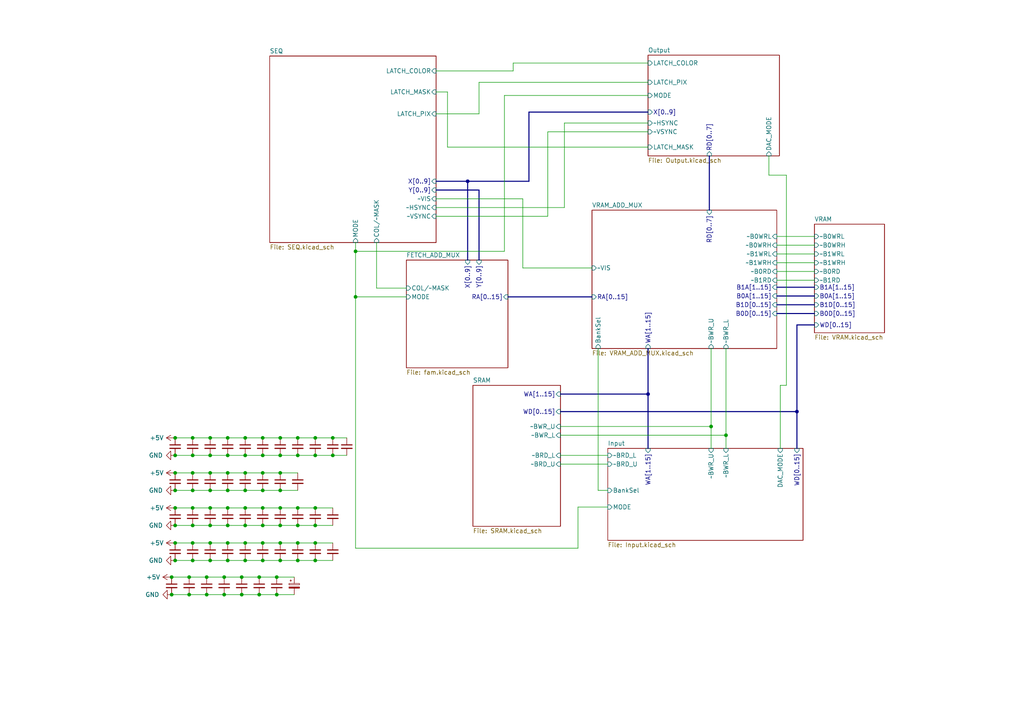
<source format=kicad_sch>
(kicad_sch (version 20230121) (generator eeschema)
  (paper "A4")
  (lib_symbols
    (symbol "Device:C_Polarized_Small" (pin_numbers hide) (pin_names (offset 0.254) hide)
      (property "Reference" "C" (at 0.254 1.778 0))
      (property "Value" "C_Polarized_Small" (at 0.254 -2.032 0))
      (symbol "C_Polarized_Small_0_1"
        (rectangle (start -1.524 -0.3048) (end 1.524 -0.6858) (fill (type outline)))
        (rectangle (start -1.524 0.6858) (end 1.524 0.3048))
        (polyline (pts (xy -1.27 1.524) (xy -0.762 1.524)))
        (polyline (pts (xy -1.016 1.27) (xy -1.016 1.778)))
      )
      (symbol "C_Polarized_Small_1_1"
        (pin passive line (at 0 2.54 270) (length 1.8542) (name "~") (number "1"))
        (pin passive line (at 0 -2.54 90) (length 1.8542) (name "~") (number "2"))
      )
    )
    (symbol "Device:C_Small" (pin_numbers hide) (pin_names (offset 0.254) hide)
      (property "Reference" "C" (at 0.254 1.778 0))
      (property "Value" "C_Small" (at 0.254 -2.032 0))
      (symbol "C_Small_0_1"
        (polyline (pts (xy -1.524 -0.508) (xy 1.524 -0.508)) (stroke (width 0.3302)))
        (polyline (pts (xy -1.524 0.508) (xy 1.524 0.508)) (stroke (width 0.3048)))
      )
      (symbol "C_Small_1_1"
        (pin passive line (at 0 2.54 270) (length 2.032) (name "~") (number "1"))
        (pin passive line (at 0 -2.54 90) (length 2.032) (name "~") (number "2"))
      )
    )
    (symbol "power:+5V" (power) (pin_names (offset 0))
      (property "Value" "+5V" (at 0 3.556 0))
      (symbol "+5V_0_1"
        (polyline (pts (xy -0.762 1.27) (xy 0 2.54)))
        (polyline (pts (xy 0 0) (xy 0 2.54)))
        (polyline (pts (xy 0 2.54) (xy 0.762 1.27)))
      )
      (symbol "+5V_1_1"
        (pin power_in line (at 0 0 90) (length 0) hide (name "+5V") (number "1"))
      )
    )
    (symbol "power:GND" (power) (pin_names (offset 0))
      (property "Value" "GND" (at 0 -3.81 0))
      (symbol "GND_0_1"
        (polyline (pts (xy 0 0) (xy 0 -1.27) (xy 1.27 -1.27) (xy 0 -2.54) (xy -1.27 -1.27) (xy 0 -1.27)))
      )
      (symbol "GND_1_1"
        (pin power_in line (at 0 0 270) (length 0) hide (name "GND") (number "1"))
      )
    )
  )
  (junction (at 65.024 172.466))
  (junction (at 50.8 162.56))
  (junction (at 135.636 52.578))
  (junction (at 76.2 157.48))
  (junction (at 54.864 167.386))
  (junction (at 91.44 162.56))
  (junction (at 70.104 172.466))
  (junction (at 86.36 147.32))
  (junction (at 60.96 132.08))
  (junction (at 75.184 167.386))
  (junction (at 55.88 152.4))
  (junction (at 66.04 147.32))
  (junction (at 59.944 167.386))
  (junction (at 60.96 147.32))
  (junction (at 86.36 132.08))
  (junction (at 60.96 157.48))
  (junction (at 81.28 132.08))
  (junction (at 80.264 172.466))
  (junction (at 60.96 127))
  (junction (at 71.12 162.56))
  (junction (at 55.88 162.56))
  (junction (at 81.28 137.16))
  (junction (at 65.024 167.386))
  (junction (at 206.248 123.698))
  (junction (at 60.96 162.56))
  (junction (at 54.864 172.466))
  (junction (at 91.44 127))
  (junction (at 91.44 152.4))
  (junction (at 76.2 147.32))
  (junction (at 91.44 157.48))
  (junction (at 96.52 132.08))
  (junction (at 50.8 132.08))
  (junction (at 76.2 127))
  (junction (at 96.52 127))
  (junction (at 66.04 127))
  (junction (at 71.12 142.24))
  (junction (at 76.2 142.24))
  (junction (at 60.96 137.16))
  (junction (at 76.2 132.08))
  (junction (at 81.28 142.24))
  (junction (at 81.28 127))
  (junction (at 75.184 172.466))
  (junction (at 50.8 137.16))
  (junction (at 50.8 157.48))
  (junction (at 60.96 152.4))
  (junction (at 86.36 152.4))
  (junction (at 71.12 157.48))
  (junction (at 187.96 114.3))
  (junction (at 103.124 86.106))
  (junction (at 55.88 147.32))
  (junction (at 80.264 167.386))
  (junction (at 86.36 127))
  (junction (at 55.88 157.48))
  (junction (at 55.88 132.08))
  (junction (at 71.12 132.08))
  (junction (at 86.36 162.56))
  (junction (at 66.04 132.08))
  (junction (at 66.04 152.4))
  (junction (at 66.04 157.48))
  (junction (at 50.8 142.24))
  (junction (at 66.04 137.16))
  (junction (at 86.36 157.48))
  (junction (at 71.12 127))
  (junction (at 71.12 152.4))
  (junction (at 55.88 127))
  (junction (at 70.104 167.386))
  (junction (at 76.2 162.56))
  (junction (at 81.28 152.4))
  (junction (at 66.04 162.56))
  (junction (at 50.8 127))
  (junction (at 103.124 72.898))
  (junction (at 71.12 147.32))
  (junction (at 231.14 119.38))
  (junction (at 49.784 167.386))
  (junction (at 59.944 172.466))
  (junction (at 76.2 152.4))
  (junction (at 50.8 152.4))
  (junction (at 210.566 126.238))
  (junction (at 81.28 147.32))
  (junction (at 76.2 137.16))
  (junction (at 81.28 157.48))
  (junction (at 81.28 162.56))
  (junction (at 91.44 132.08))
  (junction (at 60.96 142.24))
  (junction (at 49.784 172.466))
  (junction (at 66.04 142.24))
  (junction (at 55.88 142.24))
  (junction (at 91.44 147.32))
  (junction (at 55.88 137.16))
  (junction (at 71.12 137.16))
  (junction (at 50.8 147.32))
  (wire (pts (xy 225.298 81.28) (xy 236.22 81.28)))
  (wire (pts (xy 171.704 77.724) (xy 151.638 77.724)))
  (bus (pts (xy 187.96 32.512) (xy 153.416 32.512)))
  (wire (pts (xy 187.96 23.876) (xy 138.938 23.876)))
  (wire (pts (xy 91.44 132.08) (xy 96.52 132.08)))
  (wire (pts (xy 75.184 172.466) (xy 80.264 172.466)))
  (wire (pts (xy 86.36 152.4) (xy 91.44 152.4)))
  (wire (pts (xy 187.96 27.686) (xy 146.304 27.686)))
  (wire (pts (xy 55.88 127) (xy 60.96 127)))
  (bus (pts (xy 153.416 52.578) (xy 135.636 52.578)))
  (wire (pts (xy 65.024 172.466) (xy 70.104 172.466)))
  (bus (pts (xy 147.32 86.106) (xy 171.704 86.106)))
  (wire (pts (xy 162.56 123.698) (xy 206.248 123.698)))
  (wire (pts (xy 210.566 126.238) (xy 210.566 130.048)))
  (wire (pts (xy 66.04 157.48) (xy 71.12 157.48)))
  (wire (pts (xy 225.298 73.66) (xy 236.22 73.66)))
  (wire (pts (xy 66.04 147.32) (xy 71.12 147.32)))
  (wire (pts (xy 80.264 167.386) (xy 85.344 167.386)))
  (wire (pts (xy 49.784 172.466) (xy 54.864 172.466)))
  (bus (pts (xy 236.22 94.234) (xy 231.14 94.234)))
  (wire (pts (xy 54.864 167.386) (xy 59.944 167.386)))
  (bus (pts (xy 135.636 52.578) (xy 126.492 52.578)))
  (wire (pts (xy 81.28 132.08) (xy 86.36 132.08)))
  (wire (pts (xy 225.298 78.74) (xy 236.22 78.74)))
  (wire (pts (xy 103.124 72.898) (xy 103.124 86.106)))
  (wire (pts (xy 228.092 111.76) (xy 228.092 50.8)))
  (wire (pts (xy 162.56 134.62) (xy 176.276 134.62)))
  (wire (pts (xy 81.28 162.56) (xy 86.36 162.56)))
  (wire (pts (xy 55.88 157.48) (xy 60.96 157.48)))
  (wire (pts (xy 71.12 157.48) (xy 76.2 157.48)))
  (wire (pts (xy 103.124 86.106) (xy 103.124 159.004)))
  (wire (pts (xy 71.12 137.16) (xy 76.2 137.16)))
  (wire (pts (xy 103.124 159.004) (xy 167.64 159.004)))
  (wire (pts (xy 225.298 71.12) (xy 236.22 71.12)))
  (wire (pts (xy 187.96 35.687) (xy 163.703 35.687)))
  (wire (pts (xy 81.28 157.48) (xy 86.36 157.48)))
  (wire (pts (xy 50.8 132.08) (xy 55.88 132.08)))
  (wire (pts (xy 70.104 172.466) (xy 75.184 172.466)))
  (wire (pts (xy 91.44 127) (xy 96.52 127)))
  (wire (pts (xy 206.248 101.092) (xy 206.248 123.698)))
  (wire (pts (xy 162.56 126.238) (xy 210.566 126.238)))
  (wire (pts (xy 76.2 132.08) (xy 81.28 132.08)))
  (wire (pts (xy 66.04 162.56) (xy 71.12 162.56)))
  (bus (pts (xy 138.938 55.118) (xy 138.938 75.438)))
  (wire (pts (xy 60.96 127) (xy 66.04 127)))
  (wire (pts (xy 103.124 70.358) (xy 103.124 72.898)))
  (wire (pts (xy 76.2 162.56) (xy 81.28 162.56)))
  (wire (pts (xy 55.88 142.24) (xy 60.96 142.24)))
  (wire (pts (xy 55.88 132.08) (xy 60.96 132.08)))
  (wire (pts (xy 91.44 162.56) (xy 96.52 162.56)))
  (wire (pts (xy 86.36 147.32) (xy 91.44 147.32)))
  (wire (pts (xy 55.88 162.56) (xy 60.96 162.56)))
  (bus (pts (xy 187.96 101.092) (xy 187.96 114.3)))
  (wire (pts (xy 146.304 72.898) (xy 103.124 72.898)))
  (wire (pts (xy 162.56 132.08) (xy 176.276 132.08)))
  (wire (pts (xy 228.092 50.8) (xy 223.012 50.8)))
  (wire (pts (xy 70.104 167.386) (xy 75.184 167.386)))
  (wire (pts (xy 163.703 60.198) (xy 126.492 60.198)))
  (wire (pts (xy 81.28 142.24) (xy 86.36 142.24)))
  (wire (pts (xy 129.794 26.67) (xy 129.794 42.672)))
  (wire (pts (xy 148.844 20.574) (xy 126.492 20.574)))
  (bus (pts (xy 126.492 55.118) (xy 138.938 55.118)))
  (wire (pts (xy 75.184 167.386) (xy 80.264 167.386)))
  (wire (pts (xy 117.856 86.106) (xy 103.124 86.106)))
  (wire (pts (xy 129.794 42.672) (xy 187.96 42.672)))
  (wire (pts (xy 148.844 18.288) (xy 187.96 18.288)))
  (wire (pts (xy 66.04 142.24) (xy 71.12 142.24)))
  (wire (pts (xy 167.64 159.004) (xy 167.64 147.066)))
  (wire (pts (xy 138.938 23.876) (xy 138.938 33.02)))
  (wire (pts (xy 66.04 127) (xy 71.12 127)))
  (bus (pts (xy 231.14 94.234) (xy 231.14 119.38)))
  (wire (pts (xy 50.8 162.56) (xy 55.88 162.56)))
  (wire (pts (xy 173.482 101.092) (xy 173.482 142.24)))
  (wire (pts (xy 86.36 162.56) (xy 91.44 162.56)))
  (wire (pts (xy 225.298 68.58) (xy 236.22 68.58)))
  (wire (pts (xy 126.492 26.67) (xy 129.794 26.67)))
  (wire (pts (xy 60.96 132.08) (xy 66.04 132.08)))
  (wire (pts (xy 163.703 35.687) (xy 163.703 60.198)))
  (wire (pts (xy 117.856 83.566) (xy 109.22 83.566)))
  (wire (pts (xy 151.638 57.658) (xy 126.492 57.658)))
  (wire (pts (xy 206.248 123.698) (xy 206.248 130.048)))
  (wire (pts (xy 50.8 157.48) (xy 55.88 157.48)))
  (wire (pts (xy 59.944 172.466) (xy 65.024 172.466)))
  (wire (pts (xy 66.04 132.08) (xy 71.12 132.08)))
  (wire (pts (xy 81.28 152.4) (xy 86.36 152.4)))
  (wire (pts (xy 96.52 127) (xy 100.584 127)))
  (wire (pts (xy 210.566 101.092) (xy 210.566 126.238)))
  (wire (pts (xy 50.8 152.4) (xy 55.88 152.4)))
  (wire (pts (xy 146.304 27.686) (xy 146.304 72.898)))
  (wire (pts (xy 173.482 142.24) (xy 176.276 142.24)))
  (wire (pts (xy 60.96 152.4) (xy 66.04 152.4)))
  (wire (pts (xy 91.44 157.48) (xy 96.52 157.48)))
  (wire (pts (xy 158.877 62.738) (xy 158.877 38.227)))
  (wire (pts (xy 76.2 157.48) (xy 81.28 157.48)))
  (wire (pts (xy 109.22 83.566) (xy 109.22 70.358)))
  (wire (pts (xy 59.944 167.386) (xy 65.024 167.386)))
  (wire (pts (xy 226.314 111.76) (xy 228.092 111.76)))
  (bus (pts (xy 187.96 114.3) (xy 187.96 130.048)))
  (wire (pts (xy 60.96 137.16) (xy 66.04 137.16)))
  (wire (pts (xy 138.938 33.02) (xy 126.492 33.02)))
  (wire (pts (xy 55.88 137.16) (xy 60.96 137.16)))
  (wire (pts (xy 148.844 18.288) (xy 148.844 20.574)))
  (wire (pts (xy 81.28 147.32) (xy 86.36 147.32)))
  (wire (pts (xy 80.264 172.466) (xy 85.344 172.466)))
  (bus (pts (xy 225.298 90.932) (xy 236.22 90.932)))
  (wire (pts (xy 167.64 147.066) (xy 176.276 147.066)))
  (wire (pts (xy 71.12 152.4) (xy 76.2 152.4)))
  (wire (pts (xy 60.96 142.24) (xy 66.04 142.24)))
  (wire (pts (xy 49.784 167.386) (xy 54.864 167.386)))
  (bus (pts (xy 162.56 119.38) (xy 231.14 119.38)))
  (wire (pts (xy 223.012 50.8) (xy 223.012 45.212)))
  (wire (pts (xy 151.638 77.724) (xy 151.638 57.658)))
  (wire (pts (xy 60.96 162.56) (xy 66.04 162.56)))
  (wire (pts (xy 225.298 76.2) (xy 236.22 76.2)))
  (wire (pts (xy 71.12 142.24) (xy 76.2 142.24)))
  (bus (pts (xy 135.636 52.578) (xy 135.636 75.438)))
  (wire (pts (xy 76.2 127) (xy 81.28 127)))
  (wire (pts (xy 81.28 137.16) (xy 86.36 137.16)))
  (wire (pts (xy 76.2 142.24) (xy 81.28 142.24)))
  (wire (pts (xy 66.04 152.4) (xy 71.12 152.4)))
  (bus (pts (xy 231.14 119.38) (xy 231.14 130.048)))
  (wire (pts (xy 55.88 147.32) (xy 60.96 147.32)))
  (wire (pts (xy 60.96 157.48) (xy 66.04 157.48)))
  (wire (pts (xy 86.36 157.48) (xy 91.44 157.48)))
  (wire (pts (xy 96.52 132.08) (xy 100.584 132.08)))
  (wire (pts (xy 71.12 162.56) (xy 76.2 162.56)))
  (bus (pts (xy 153.416 32.512) (xy 153.416 52.578)))
  (wire (pts (xy 76.2 152.4) (xy 81.28 152.4)))
  (wire (pts (xy 71.12 132.08) (xy 76.2 132.08)))
  (wire (pts (xy 76.2 137.16) (xy 81.28 137.16)))
  (bus (pts (xy 225.298 85.852) (xy 236.22 85.852)))
  (wire (pts (xy 50.8 127) (xy 55.88 127)))
  (bus (pts (xy 162.56 114.3) (xy 187.96 114.3)))
  (wire (pts (xy 71.12 127) (xy 76.2 127)))
  (wire (pts (xy 55.88 152.4) (xy 60.96 152.4)))
  (wire (pts (xy 60.96 147.32) (xy 66.04 147.32)))
  (wire (pts (xy 91.44 147.32) (xy 96.52 147.32)))
  (wire (pts (xy 158.877 38.227) (xy 187.96 38.227)))
  (wire (pts (xy 50.8 142.24) (xy 55.88 142.24)))
  (wire (pts (xy 226.314 130.048) (xy 226.314 111.76)))
  (wire (pts (xy 50.8 147.32) (xy 55.88 147.32)))
  (wire (pts (xy 54.864 172.466) (xy 59.944 172.466)))
  (wire (pts (xy 86.36 127) (xy 91.44 127)))
  (wire (pts (xy 91.44 152.4) (xy 96.52 152.4)))
  (wire (pts (xy 65.024 167.386) (xy 70.104 167.386)))
  (wire (pts (xy 50.8 137.16) (xy 55.88 137.16)))
  (wire (pts (xy 86.36 132.08) (xy 91.44 132.08)))
  (bus (pts (xy 205.74 45.212) (xy 205.74 60.96)))
  (bus (pts (xy 225.298 83.312) (xy 236.22 83.312)))
  (wire (pts (xy 126.492 62.738) (xy 158.877 62.738)))
  (bus (pts (xy 225.298 88.392) (xy 236.22 88.392)))
  (wire (pts (xy 66.04 137.16) (xy 71.12 137.16)))
  (wire (pts (xy 81.28 127) (xy 86.36 127)))
  (wire (pts (xy 71.12 147.32) (xy 76.2 147.32)))
  (wire (pts (xy 76.2 147.32) (xy 81.28 147.32)))
  (symbol (lib_id "Device:C_Small") (at 71.12 139.7 0) (unit 1)
    (property "Reference" "C15" (effects hide))
    (property "Value" "100nF" (effects hide))
    (property "Footprint" "68000:DIP-2_200_ELL" (effects hide))
  )
  (symbol (lib_id "Device:C_Small") (at 76.2 129.54 0) (unit 1)
    (property "Reference" "C6" (effects hide))
    (property "Value" "100nF" (effects hide))
    (property "Footprint" "68000:DIP-2_200_ELL" (effects hide))
  )
  (symbol (lib_id "Device:C_Small") (at 76.2 139.7 0) (unit 1)
    (property "Reference" "C16" (effects hide))
    (property "Value" "100nF" (effects hide))
    (property "Footprint" "68000:DIP-2_200_ELL" (effects hide))
  )
  (symbol (lib_id "Device:C_Small") (at 66.04 160.02 0) (unit 1)
    (property "Reference" "C28" (effects hide))
    (property "Value" "100nF" (effects hide))
    (property "Footprint" "68000:DIP-2_200_ELL" (effects hide))
  )
  (symbol (lib_id "Device:C_Small") (at 91.44 160.02 0) (unit 1)
    (property "Reference" "C38" (effects hide))
    (property "Value" "100nF" (effects hide))
    (property "Footprint" "68000:DIP-2_200_ELL" (effects hide))
  )
  (symbol (lib_id "Device:C_Small") (at 91.44 149.86 0) (unit 1)
    (property "Reference" "C37" (effects hide))
    (property "Value" "100nF" (effects hide))
    (property "Footprint" "68000:DIP-2_200_ELL" (effects hide))
  )
  (symbol (lib_id "power:+5V") (at 49.784 167.386 90) (unit 1)
    (property "Reference" "#PWR067" (effects hide))
    (property "Value" "+5V" (at 46.482 167.386 90) (effects (justify left)))
  )
  (symbol (lib_id "Device:C_Small") (at 66.04 139.7 0) (unit 1)
    (property "Reference" "C14" (effects hide))
    (property "Value" "100nF" (effects hide))
    (property "Footprint" "68000:DIP-2_200_ELL" (effects hide))
  )
  (symbol (lib_id "Device:C_Small") (at 70.104 169.926 0) (unit 1)
    (property "Reference" "C46" (effects hide))
    (property "Value" "100nF" (effects hide))
    (property "Footprint" "68000:DIP-2_200_ELL" (effects hide))
  )
  (symbol (lib_id "Device:C_Small") (at 55.88 149.86 0) (unit 1)
    (property "Reference" "C23" (effects hide))
    (property "Value" "100nF" (effects hide))
    (property "Footprint" "68000:DIP-2_200_ELL" (effects hide))
  )
  (symbol (lib_id "Device:C_Small") (at 86.36 149.86 0) (unit 1)
    (property "Reference" "C35" (effects hide))
    (property "Value" "100nF" (effects hide))
    (property "Footprint" "68000:DIP-2_200_ELL" (effects hide))
  )
  (symbol (lib_id "Device:C_Small") (at 60.96 149.86 0) (unit 1)
    (property "Reference" "C25" (effects hide))
    (property "Value" "100nF" (effects hide))
    (property "Footprint" "68000:DIP-2_200_ELL" (effects hide))
  )
  (symbol (lib_id "Device:C_Small") (at 86.36 139.7 0) (unit 1)
    (property "Reference" "C18" (effects hide))
    (property "Value" "100nF" (effects hide))
    (property "Footprint" "68000:DIP-2_200_ELL" (effects hide))
  )
  (symbol (lib_id "power:+5V") (at 50.8 147.32 90) (unit 1)
    (property "Reference" "#PWR0149" (effects hide))
    (property "Value" "+5V" (at 47.498 147.32 90) (effects (justify left)))
  )
  (symbol (lib_id "Device:C_Small") (at 66.04 149.86 0) (unit 1)
    (property "Reference" "C27" (effects hide))
    (property "Value" "100nF" (effects hide))
    (property "Footprint" "68000:DIP-2_200_ELL" (effects hide))
  )
  (symbol (lib_id "Device:C_Small") (at 50.8 149.86 0) (unit 1)
    (property "Reference" "C21" (effects hide))
    (property "Value" "100nF" (effects hide))
    (property "Footprint" "68000:DIP-2_200_ELL" (effects hide))
  )
  (symbol (lib_id "power:+5V") (at 50.8 137.16 90) (unit 1)
    (property "Reference" "#PWR0147" (effects hide))
    (property "Value" "+5V" (at 47.498 137.16 90) (effects (justify left)))
  )
  (symbol (lib_id "Device:C_Small") (at 80.264 169.926 0) (unit 1)
    (property "Reference" "C20" (effects hide))
    (property "Value" "100nF" (effects hide))
    (property "Footprint" "68000:DIP-2_200_ELL" (effects hide))
  )
  (symbol (lib_id "Device:C_Small") (at 96.52 149.86 0) (unit 1)
    (property "Reference" "C39" (effects hide))
    (property "Value" "100nF" (effects hide))
    (property "Footprint" "68000:DIP-2_200_ELL" (effects hide))
  )
  (symbol (lib_id "Device:C_Small") (at 86.36 129.54 0) (unit 1)
    (property "Reference" "C8" (effects hide))
    (property "Value" "100nF" (effects hide))
    (property "Footprint" "68000:DIP-2_200_ELL" (effects hide))
  )
  (symbol (lib_id "power:GND") (at 50.8 132.08 270) (unit 1)
    (property "Reference" "#PWR0146" (effects hide))
    (property "Value" "GND" (at 47.244 132.08 90) (effects (justify right)))
  )
  (symbol (lib_id "Device:C_Small") (at 96.52 129.54 0) (unit 1)
    (property "Reference" "C10" (effects hide))
    (property "Value" "100nF" (effects hide))
    (property "Footprint" "68000:DIP-2_200_ELL" (effects hide))
  )
  (symbol (lib_id "power:GND") (at 50.8 142.24 270) (unit 1)
    (property "Reference" "#PWR0148" (effects hide))
    (property "Value" "GND" (at 47.244 142.24 90) (effects (justify right)))
  )
  (symbol (lib_id "Device:C_Small") (at 96.52 160.02 0) (unit 1)
    (property "Reference" "C40" (effects hide))
    (property "Value" "100nF" (effects hide))
    (property "Footprint" "68000:DIP-2_200_ELL" (effects hide))
  )
  (symbol (lib_id "Device:C_Small") (at 54.864 169.926 0) (unit 1)
    (property "Reference" "C43" (effects hide))
    (property "Value" "100nF" (effects hide))
    (property "Footprint" "68000:DIP-2_200_ELL" (effects hide))
  )
  (symbol (lib_id "Device:C_Small") (at 81.28 129.54 0) (unit 1)
    (property "Reference" "C7" (effects hide))
    (property "Value" "100nF" (effects hide))
    (property "Footprint" "68000:DIP-2_200_ELL" (effects hide))
  )
  (symbol (lib_id "Device:C_Small") (at 81.28 160.02 0) (unit 1)
    (property "Reference" "C34" (effects hide))
    (property "Value" "100nF" (effects hide))
    (property "Footprint" "68000:DIP-2_200_ELL" (effects hide))
  )
  (symbol (lib_id "Device:C_Small") (at 55.88 129.54 0) (unit 1)
    (property "Reference" "C1" (effects hide))
    (property "Value" "100nF" (effects hide))
    (property "Footprint" "68000:DIP-2_200_ELL" (effects hide))
  )
  (symbol (lib_id "Device:C_Small") (at 50.8 129.54 0) (unit 1)
    (property "Reference" "C2" (effects hide))
    (property "Value" "100nF" (effects hide))
    (property "Footprint" "68000:DIP-2_200_ELL" (effects hide))
  )
  (symbol (lib_id "Device:C_Small") (at 71.12 149.86 0) (unit 1)
    (property "Reference" "C29" (effects hide))
    (property "Value" "100nF" (effects hide))
    (property "Footprint" "68000:DIP-2_200_ELL" (effects hide))
  )
  (symbol (lib_id "Device:C_Small") (at 66.04 129.54 0) (unit 1)
    (property "Reference" "C4" (effects hide))
    (property "Value" "100nF" (effects hide))
    (property "Footprint" "68000:DIP-2_200_ELL" (effects hide))
  )
  (symbol (lib_id "Device:C_Small") (at 81.28 139.7 0) (unit 1)
    (property "Reference" "C17" (effects hide))
    (property "Value" "100nF" (effects hide))
    (property "Footprint" "68000:DIP-2_200_ELL" (effects hide))
  )
  (symbol (lib_id "Device:C_Small") (at 50.8 139.7 0) (unit 1)
    (property "Reference" "C11" (effects hide))
    (property "Value" "100nF" (effects hide))
    (property "Footprint" "68000:DIP-2_200_ELL" (effects hide))
  )
  (symbol (lib_id "Device:C_Small") (at 55.88 139.7 0) (unit 1)
    (property "Reference" "C12" (effects hide))
    (property "Value" "100nF" (effects hide))
    (property "Footprint" "68000:DIP-2_200_ELL" (effects hide))
  )
  (symbol (lib_id "Device:C_Small") (at 71.12 160.02 0) (unit 1)
    (property "Reference" "C30" (effects hide))
    (property "Value" "100nF" (effects hide))
    (property "Footprint" "68000:DIP-2_200_ELL" (effects hide))
  )
  (symbol (lib_id "Device:C_Small") (at 65.024 169.926 0) (unit 1)
    (property "Reference" "C45" (effects hide))
    (property "Value" "100nF" (effects hide))
    (property "Footprint" "68000:DIP-2_200_ELL" (effects hide))
  )
  (symbol (lib_id "Device:C_Small") (at 91.44 129.54 0) (unit 1)
    (property "Reference" "C9" (effects hide))
    (property "Value" "100nF" (effects hide))
    (property "Footprint" "68000:DIP-2_200_ELL" (effects hide))
  )
  (symbol (lib_id "Device:C_Polarized_Small") (at 85.344 169.926 0) (unit 1)
    (property "Reference" "C48" (effects hide))
    (property "Value" "C_Polarized_Small" (effects hide))
    (property "Footprint" "Capacitor_THT:CP_Radial_D5.0mm_P2.50mm" (effects hide))
  )
  (symbol (lib_id "Device:C_Small") (at 60.96 129.54 0) (unit 1)
    (property "Reference" "C3" (effects hide))
    (property "Value" "100nF" (effects hide))
    (property "Footprint" "68000:DIP-2_200_ELL" (effects hide))
  )
  (symbol (lib_id "Device:C_Small") (at 49.784 169.926 0) (unit 1)
    (property "Reference" "C42" (effects hide))
    (property "Value" "100nF" (effects hide))
    (property "Footprint" "68000:DIP-2_200_ELL" (effects hide))
  )
  (symbol (lib_id "Device:C_Small") (at 86.36 160.02 0) (unit 1)
    (property "Reference" "C36" (effects hide))
    (property "Value" "100nF" (effects hide))
    (property "Footprint" "68000:DIP-2_200_ELL" (effects hide))
  )
  (symbol (lib_id "Device:C_Small") (at 81.28 149.86 0) (unit 1)
    (property "Reference" "C33" (effects hide))
    (property "Value" "100nF" (effects hide))
    (property "Footprint" "68000:DIP-2_200_ELL" (effects hide))
  )
  (symbol (lib_id "Device:C_Small") (at 50.8 160.02 0) (unit 1)
    (property "Reference" "C22" (effects hide))
    (property "Value" "100nF" (effects hide))
    (property "Footprint" "68000:DIP-2_200_ELL" (effects hide))
  )
  (symbol (lib_id "Device:C_Small") (at 75.184 169.926 0) (unit 1)
    (property "Reference" "C19" (effects hide))
    (property "Value" "100nF" (effects hide))
    (property "Footprint" "68000:DIP-2_200_ELL" (effects hide))
  )
  (symbol (lib_id "power:GND") (at 50.8 162.56 270) (unit 1)
    (property "Reference" "#PWR0152" (effects hide))
    (property "Value" "GND" (at 47.244 162.56 90) (effects (justify right)))
  )
  (symbol (lib_id "Device:C_Small") (at 71.12 129.54 0) (unit 1)
    (property "Reference" "C5" (effects hide))
    (property "Value" "100nF" (effects hide))
    (property "Footprint" "68000:DIP-2_200_ELL" (effects hide))
  )
  (symbol (lib_id "Device:C_Small") (at 100.584 129.54 0) (unit 1)
    (property "Reference" "C41" (effects hide))
    (property "Value" "100nF" (effects hide))
    (property "Footprint" "68000:DIP-2_200_ELL" (effects hide))
  )
  (symbol (lib_id "power:GND") (at 49.784 172.466 270) (unit 1)
    (property "Reference" "#PWR068" (effects hide))
    (property "Value" "GND" (at 46.228 172.466 90) (effects (justify right)))
  )
  (symbol (lib_id "power:+5V") (at 50.8 157.48 90) (unit 1)
    (property "Reference" "#PWR0151" (effects hide))
    (property "Value" "+5V" (at 47.498 157.48 90) (effects (justify left)))
  )
  (symbol (lib_id "power:GND") (at 50.8 152.4 270) (unit 1)
    (property "Reference" "#PWR0150" (effects hide))
    (property "Value" "GND" (at 47.244 152.4 90) (effects (justify right)))
  )
  (symbol (lib_id "Device:C_Small") (at 60.96 139.7 0) (unit 1)
    (property "Reference" "C13" (effects hide))
    (property "Value" "100nF" (effects hide))
    (property "Footprint" "68000:DIP-2_200_ELL" (effects hide))
  )
  (symbol (lib_id "power:+5V") (at 50.8 127 90) (unit 1)
    (property "Reference" "#PWR0145" (effects hide))
    (property "Value" "+5V" (at 47.498 127 90) (effects (justify left)))
  )
  (symbol (lib_id "Device:C_Small") (at 59.944 169.926 0) (unit 1)
    (property "Reference" "C44" (effects hide))
    (property "Value" "100nF" (effects hide))
    (property "Footprint" "68000:DIP-2_200_ELL" (effects hide))
  )
  (symbol (lib_id "Device:C_Small") (at 76.2 160.02 0) (unit 1)
    (property "Reference" "C32" (effects hide))
    (property "Value" "100nF" (effects hide))
    (property "Footprint" "68000:DIP-2_200_ELL" (effects hide))
  )
  (symbol (lib_id "Device:C_Small") (at 76.2 149.86 0) (unit 1)
    (property "Reference" "C31" (effects hide))
    (property "Value" "100nF" (effects hide))
    (property "Footprint" "68000:DIP-2_200_ELL" (effects hide))
  )
  (symbol (lib_id "Device:C_Small") (at 60.96 160.02 0) (unit 1)
    (property "Reference" "C26" (effects hide))
    (property "Value" "100nF" (effects hide))
    (property "Footprint" "68000:DIP-2_200_ELL" (effects hide))
  )
  (symbol (lib_id "Device:C_Small") (at 55.88 160.02 0) (unit 1)
    (property "Reference" "C24" (effects hide))
    (property "Value" "100nF" (effects hide))
    (property "Footprint" "68000:DIP-2_200_ELL" (effects hide))
  )
  (sheet (at 78.232 16.256) (size 48.26 54.102) (stroke (width 0.1524))
    (property "Sheetname" "SEQ" (at 78.232 15.5444 0) (effects (justify left bottom)))
    (property "Sheetfile" "SEQ.kicad_sch" (at 78.232 70.9426 0) (effects (justify left top)))
    (pin "X[0..9]" input (at 126.492 52.578 0))
    (pin "Y[0..9]" input (at 126.492 55.118 0))
    (pin "~VIS" input (at 126.492 57.658 0))
    (pin "~HSYNC" input (at 126.492 60.198 0))
    (pin "~VSYNC" input (at 126.492 62.738 0))
    (pin "LATCH_MASK" input (at 126.492 26.67 0))
    (pin "LATCH_COLOR" input (at 126.492 20.574 0))
    (pin "MODE" input (at 103.124 70.358 270))
    (pin "LATCH_PIX" input (at 126.492 33.02 0))
    (pin "COL{slash}~MASK" input (at 109.22 70.358 270))
  )
  (sheet (at 117.856 75.438) (size 29.464 31.242) (stroke (width 0.1524))
    (property "Sheetname" "FETCH_ADD_MUX" (at 117.856 74.7264 0) (effects (justify left bottom)))
    (property "Sheetfile" "fam.kicad_sch" (at 117.856 107.2646 0) (effects (justify left top)))
    (pin "Y[0..9]" input (at 138.938 75.438 90))
    (pin "X[0..9]" input (at 135.636 75.438 90))
    (pin "RA[0..15]" input (at 147.32 86.106 0))
    (pin "MODE" input (at 117.856 86.106 180))
    (pin "COL{slash}~MASK" input (at 117.856 83.566 180))
  )
  (sheet (at 236.22 65.024) (size 20.32 31.496) (stroke (width 0.1524))
    (property "Sheetname" "VRAM" (at 236.22 64.3124 0) (effects (justify left bottom)))
    (property "Sheetfile" "VRAM.kicad_sch" (at 236.22 97.1046 0) (effects (justify left top)))
    (pin "WD[0..15]" input (at 236.22 94.234 180))
    (pin "B1A[1..15]" input (at 236.22 83.312 180))
    (pin "B0A[1..15]" input (at 236.22 85.852 180))
    (pin "B0D[0..15]" input (at 236.22 90.932 180))
    (pin "B1D[0..15]" input (at 236.22 88.392 180))
    (pin "~B0RD" input (at 236.22 78.74 180))
    (pin "~B1RD" input (at 236.22 81.28 180))
    (pin "~B0WRL" input (at 236.22 68.58 180))
    (pin "~B1WRH" input (at 236.22 76.2 180))
    (pin "~B1WRL" input (at 236.22 73.66 180))
    (pin "~B0WRH" input (at 236.22 71.12 180))
  )
  (sheet (at 187.96 16.002) (size 38.1 29.21) (stroke (width 0.1524))
    (property "Sheetname" "Output" (at 187.96 15.2904 0) (effects (justify left bottom)))
    (property "Sheetfile" "Output.kicad_sch" (at 187.96 45.7966 0) (effects (justify left top)))
    (pin "LATCH_MASK" input (at 187.96 42.672 180))
    (pin "RD[0..7]" input (at 205.74 45.212 270))
    (pin "LATCH_COLOR" input (at 187.96 18.288 180))
    (pin "X[0..9]" input (at 187.96 32.512 180))
    (pin "~VSYNC" input (at 187.96 38.227 180))
    (pin "~HSYNC" input (at 187.96 35.687 180))
    (pin "LATCH_PIX" input (at 187.96 23.876 180))
    (pin "MODE" input (at 187.96 27.686 180))
    (pin "DAC_MODE" input (at 223.012 45.212 270))
  )
  (sheet (at 137.16 111.76) (size 25.4 40.894) (stroke (width 0.1524))
    (property "Sheetname" "SRAM" (at 137.16 111.0484 0) (effects (justify left bottom)))
    (property "Sheetfile" "SRAM.kicad_sch" (at 137.16 153.2386 0) (effects (justify left top)))
    (pin "~BWR_U" input (at 162.56 123.698 0))
    (pin "~BRD_U" input (at 162.56 134.62 0))
    (pin "WD[0..15]" input (at 162.56 119.38 0))
    (pin "~BRD_L" input (at 162.56 132.08 0))
    (pin "~BWR_L" input (at 162.56 126.238 0))
    (pin "WA[1..15]" input (at 162.56 114.3 0))
  )
  (sheet (at 176.276 130.048) (size 56.642 26.67) (stroke (width 0.1524))
    (property "Sheetname" "Input" (at 176.276 129.3364 0) (effects (justify left bottom)))
    (property "Sheetfile" "Input.kicad_sch" (at 176.276 157.3026 0) (effects (justify left top)))
    (pin "WA[1..15]" input (at 187.96 130.048 90))
    (pin "WD[0..15]" input (at 231.14 130.048 90))
    (pin "~BRD_L" input (at 176.276 132.08 180))
    (pin "~BRD_U" input (at 176.276 134.62 180))
    (pin "~BWR_U" input (at 206.248 130.048 90))
    (pin "~BWR_L" input (at 210.566 130.048 90))
    (pin "BankSel" input (at 176.276 142.24 180))
    (pin "MODE" input (at 176.276 147.066 180))
    (pin "DAC_MODE" input (at 226.314 130.048 90))
  )
  (sheet (at 171.704 60.96) (size 53.594 40.132) (stroke (width 0.1524))
    (property "Sheetname" "VRAM_ADD_MUX" (at 171.704 60.2484 0) (effects (justify left bottom)))
    (property "Sheetfile" "VRAM_ADD_MUX.kicad_sch" (at 171.704 101.6766 0) (effects (justify left top)))
    (pin "B0A[1..15]" input (at 225.298 85.852 0))
    (pin "B1A[1..15]" input (at 225.298 83.312 0))
    (pin "BankSel" input (at 173.482 101.092 270))
    (pin "B0D[0..15]" input (at 225.298 90.932 0))
    (pin "B1D[0..15]" input (at 225.298 88.392 0))
    (pin "RD[0..7]" input (at 205.74 60.96 90))
    (pin "~VIS" input (at 171.704 77.724 180))
    (pin "~B0RD" input (at 225.298 78.74 0))
    (pin "~B1RD" input (at 225.298 81.28 0))
    (pin "~BWR_L" input (at 210.566 101.092 270))
    (pin "~BWR_U" input (at 206.248 101.092 270))
    (pin "~B0WRL" input (at 225.298 68.58 0))
    (pin "~B1WRH" input (at 225.298 76.2 0))
    (pin "~B0WRH" input (at 225.298 71.12 0))
    (pin "~B1WRL" input (at 225.298 73.66 0))
    (pin "WA[1..15]" input (at 187.96 101.092 270))
    (pin "RA[0..15]" input (at 171.704 86.106 180))
  )
)
</source>
